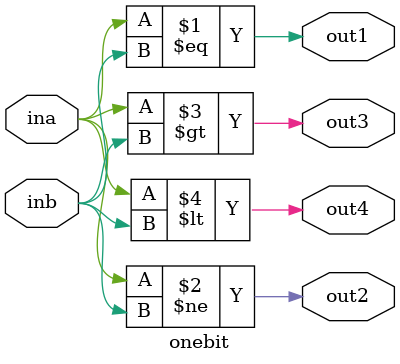
<source format=v>
`timescale 1ns / 1ps

module onebit(
    input ina, inb,
    output out1, out2, out3, out4
);

assign out1 = (ina == inb);
assign out2 = (ina != inb);
assign out3 = (ina > inb);
assign out4 = (ina < inb);

endmodule
</source>
